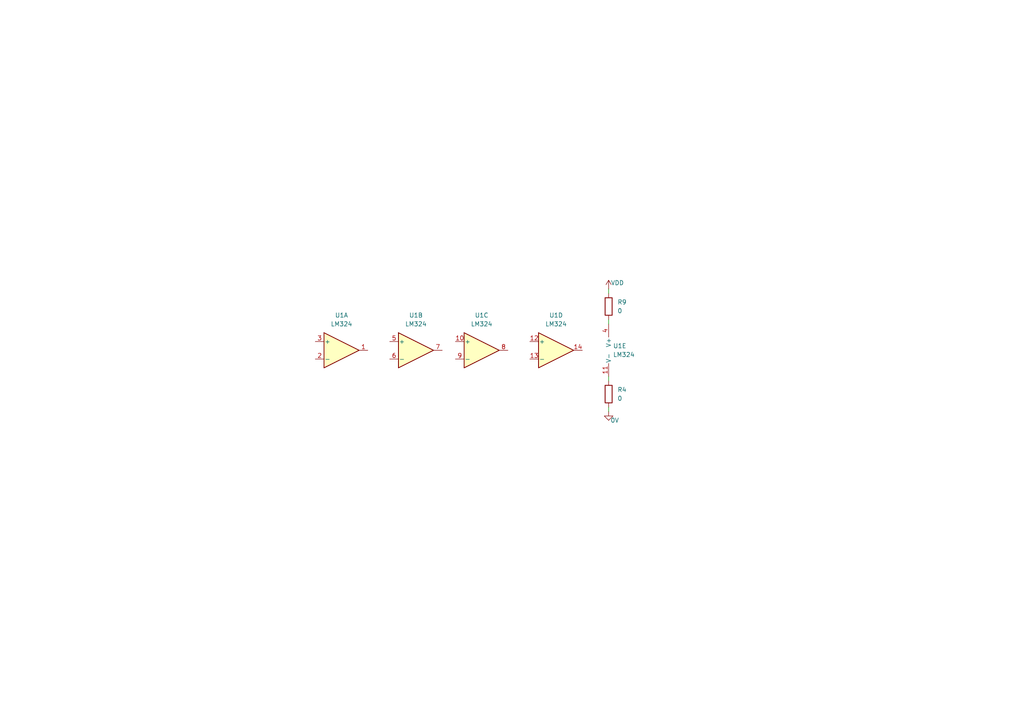
<source format=kicad_sch>
(kicad_sch (version 20250114) (generator "eeschema") (generator_version "9.0")
  (paper "A4")
  (title_block (title "${TITLE}") (date "2025-03-28") (rev "${REVISION}") (company "${COMPANY}"))
  (lib_symbols
    (symbol "Amplifier_Operational:LM324" (pin_names (offset 0.127))
      (property "Reference" "U" (at 0 5.08 0))
      (property "Value" "LM324" (at 0 -5.08 0))
      (symbol "LM324_1_1"
        (polyline (pts (xy -5.08 5.08) (xy 5.08 0) (xy -5.08 -5.08) (xy -5.08 5.08)) (stroke (width 0.254)) (fill (type background)))
        (pin input line (at -7.62 2.54 0) (length 2.54) (name "+") (number "3"))
        (pin input line (at -7.62 -2.54 0) (length 2.54) (name "-") (number "2"))
        (pin output line (at 7.62 0 180) (length 2.54) (name "~") (number "1"))
      )
      (symbol "LM324_2_1"
        (polyline (pts (xy -5.08 5.08) (xy 5.08 0) (xy -5.08 -5.08) (xy -5.08 5.08)) (stroke (width 0.254)) (fill (type background)))
        (pin input line (at -7.62 2.54 0) (length 2.54) (name "+") (number "5"))
        (pin input line (at -7.62 -2.54 0) (length 2.54) (name "-") (number "6"))
        (pin output line (at 7.62 0 180) (length 2.54) (name "~") (number "7"))
      )
      (symbol "LM324_3_1"
        (polyline (pts (xy -5.08 5.08) (xy 5.08 0) (xy -5.08 -5.08) (xy -5.08 5.08)) (stroke (width 0.254)) (fill (type background)))
        (pin input line (at -7.62 2.54 0) (length 2.54) (name "+") (number "10"))
        (pin input line (at -7.62 -2.54 0) (length 2.54) (name "-") (number "9"))
        (pin output line (at 7.62 0 180) (length 2.54) (name "~") (number "8"))
      )
      (symbol "LM324_4_1"
        (polyline (pts (xy -5.08 5.08) (xy 5.08 0) (xy -5.08 -5.08) (xy -5.08 5.08)) (stroke (width 0.254)) (fill (type background)))
        (pin input line (at -7.62 2.54 0) (length 2.54) (name "+") (number "12"))
        (pin input line (at -7.62 -2.54 0) (length 2.54) (name "-") (number "13"))
        (pin output line (at 7.62 0 180) (length 2.54) (name "~") (number "14"))
      )
      (symbol "LM324_5_1"
        (pin power_in line (at -2.54 7.62 270) (length 3.81) (name "V+") (number "4"))
        (pin power_in line (at -2.54 -7.62 90) (length 3.81) (name "V-") (number "11"))
      )
    )
    (symbol "Device:R" (pin_numbers (hide yes)) (pin_names (offset 0))
      (property "Reference" "R" (at 2.032 0 90))
      (property "Value" "R" (at 0 0 90))
      (symbol "R_0_1"
        (rectangle (start -1.016 -2.54) (end 1.016 2.54) (stroke (width 0.254)))
      )
      (symbol "R_1_1"
        (pin passive line (at 0 3.81 270) (length 1.27) (name "~") (number "1"))
        (pin passive line (at 0 -3.81 90) (length 1.27) (name "~") (number "2"))
      )
    )
    (symbol "power:GND" (power) (pin_numbers (hide yes)) (pin_names (offset 0) (hide yes))
      (property "Value" "GND" (at 0 -3.81 0))
      (symbol "GND_0_1"
        (polyline (pts (xy 0 0) (xy 0 -1.27) (xy 1.27 -1.27) (xy 0 -2.54) (xy -1.27 -1.27) (xy 0 -1.27)))
      )
      (symbol "GND_1_1"
        (pin power_in line (at 0 0 270) (length 0) (name "~") (number "1"))
      )
    )
    (symbol "power:VDD" (power) (pin_numbers (hide yes)) (pin_names (offset 0) (hide yes))
      (property "Value" "VDD" (at 0 3.556 0))
      (symbol "VDD_0_1"
        (polyline (pts (xy -0.762 1.27) (xy 0 2.54)))
        (polyline (pts (xy 0 2.54) (xy 0.762 1.27)))
        (polyline (pts (xy 0 0) (xy 0 2.54)))
      )
      (symbol "VDD_1_1"
        (pin power_in line (at 0 0 90) (length 0) (name "~") (number "1"))
      )
    )
  )
  (wire (pts (xy 176.53 118.11) (xy 176.53 119.38)))
  (wire (pts (xy 176.53 92.71) (xy 176.53 93.98)))
  (wire (pts (xy 176.53 109.22) (xy 176.53 110.49)))
  (wire (pts (xy 176.53 83.82) (xy 176.53 85.09)))
  (symbol (lib_id "Amplifier_Operational:LM324") (at 120.65 101.6 0) (unit 2)
    (property "Reference" "U1" (at 120.65 91.44 0))
    (property "Value" "LM324" (at 120.65 93.98 0))
    (property "Datasheet" "http://www.ti.com/lit/ds/symlink/lm2902-n.pdf" (effects (hide yes)))
    (property "Description" "Low-Power, Quad-Operational Amplifiers, DIP-14/SOIC-14/SSOP-14" (effects (hide yes)))
  )
  (symbol (lib_id "power:VDD") (at 176.53 83.82 0) (unit 1)
    (property "Reference" "#PWR0110" (effects (hide yes)))
    (property "Value" "VDD" (at 179.07 82.042 0))
    (property "Description" "Power symbol creates a global label with name \"VDD\"" (effects (hide yes)))
  )
  (symbol (lib_id "power:GND") (at 176.53 119.38 0) (unit 1)
    (property "Reference" "#PWR0105" (effects (hide yes)))
    (property "Value" "0V" (at 178.308 121.92 0))
    (property "Description" "Power symbol creates a global label with name \"GND\" , ground" (effects (hide yes)))
  )
  (symbol (lib_id "Amplifier_Operational:LM324") (at 161.29 101.6 0) (unit 4)
    (property "Reference" "U1" (at 161.29 91.44 0))
    (property "Value" "LM324" (at 161.29 93.98 0))
    (property "Datasheet" "http://www.ti.com/lit/ds/symlink/lm2902-n.pdf" (effects (hide yes)))
    (property "Description" "Low-Power, Quad-Operational Amplifiers, DIP-14/SOIC-14/SSOP-14" (effects (hide yes)))
  )
  (symbol (lib_id "Amplifier_Operational:LM324") (at 139.7 101.6 0) (unit 3)
    (property "Reference" "U1" (at 139.7 91.44 0))
    (property "Value" "LM324" (at 139.7 93.98 0))
    (property "Datasheet" "http://www.ti.com/lit/ds/symlink/lm2902-n.pdf" (effects (hide yes)))
    (property "Description" "Low-Power, Quad-Operational Amplifiers, DIP-14/SOIC-14/SSOP-14" (effects (hide yes)))
  )
  (symbol (lib_id "Device:R") (at 176.53 114.3 0) (unit 1)
    (property "Reference" "R4" (at 179.07 113.0299 0) (effects (justify left)))
    (property "Value" "0" (at 179.07 115.5699 0) (effects (justify left)))
    (property "Description" "Resistor" (effects (hide yes)))
  )
  (symbol (lib_id "Amplifier_Operational:LM324") (at 99.06 101.6 0) (unit 1)
    (property "Reference" "U1" (at 99.06 91.44 0))
    (property "Value" "LM324" (at 99.06 93.98 0))
    (property "Datasheet" "http://www.ti.com/lit/ds/symlink/lm2902-n.pdf" (effects (hide yes)))
    (property "Description" "Low-Power, Quad-Operational Amplifiers, DIP-14/SOIC-14/SSOP-14" (effects (hide yes)))
  )
  (symbol (lib_id "Amplifier_Operational:LM324") (at 179.07 101.6 0) (unit 5)
    (property "Reference" "U1" (at 177.8 100.3299 0) (effects (justify left)))
    (property "Value" "LM324" (at 177.8 102.8699 0) (effects (justify left)))
    (property "Datasheet" "http://www.ti.com/lit/ds/symlink/lm2902-n.pdf" (effects (hide yes)))
    (property "Description" "Low-Power, Quad-Operational Amplifiers, DIP-14/SOIC-14/SSOP-14" (effects (hide yes)))
  )
  (symbol (lib_id "Device:R") (at 176.53 88.9 0) (unit 1)
    (property "Reference" "R9" (at 179.07 87.6299 0) (effects (justify left)))
    (property "Value" "0" (at 179.07 90.1699 0) (effects (justify left)))
    (property "Description" "Resistor" (effects (hide yes)))
  )
)
</source>
